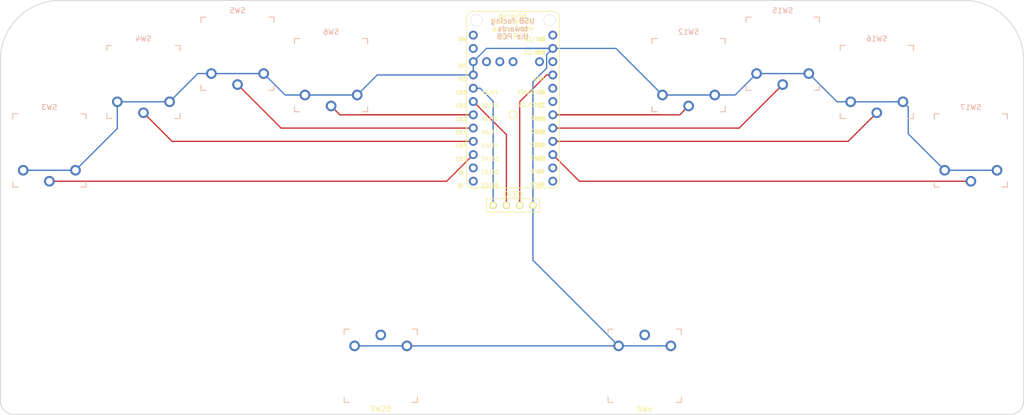
<source format=kicad_pcb>
(kicad_pcb (version 20171130) (host pcbnew "(5.1.5-0-10_14)")

  (general
    (thickness 1.6)
    (drawings 8)
    (tracks 70)
    (zones 0)
    (modules 12)
    (nets 2)
  )

  (page A4)
  (title_block
    (title "Corne Light")
    (date 2018-12-26)
    (rev 2.1)
    (company foostan)
  )

  (layers
    (0 F.Cu signal)
    (31 B.Cu signal)
    (32 B.Adhes user)
    (33 F.Adhes user)
    (34 B.Paste user hide)
    (35 F.Paste user)
    (36 B.SilkS user hide)
    (37 F.SilkS user hide)
    (38 B.Mask user hide)
    (39 F.Mask user)
    (40 Dwgs.User user hide)
    (41 Cmts.User user)
    (42 Eco1.User user)
    (43 Eco2.User user hide)
    (44 Edge.Cuts user)
    (45 Margin user)
    (46 B.CrtYd user)
    (47 F.CrtYd user)
    (48 B.Fab user hide)
    (49 F.Fab user hide)
  )

  (setup
    (last_trace_width 0.25)
    (user_trace_width 0.5)
    (trace_clearance 0.2)
    (zone_clearance 0.508)
    (zone_45_only no)
    (trace_min 0.2)
    (via_size 0.6)
    (via_drill 0.4)
    (via_min_size 0.4)
    (via_min_drill 0.3)
    (uvia_size 0.3)
    (uvia_drill 0.1)
    (uvias_allowed no)
    (uvia_min_size 0.2)
    (uvia_min_drill 0.1)
    (edge_width 0.15)
    (segment_width 0.15)
    (pcb_text_width 0.3)
    (pcb_text_size 1.5 1.5)
    (mod_edge_width 0.15)
    (mod_text_size 1 1)
    (mod_text_width 0.15)
    (pad_size 1.397 1.397)
    (pad_drill 0.8128)
    (pad_to_mask_clearance 0.2)
    (aux_axis_origin 145.73 12.66)
    (visible_elements FFFFFFFF)
    (pcbplotparams
      (layerselection 0x010f0_ffffffff)
      (usegerberextensions true)
      (usegerberattributes false)
      (usegerberadvancedattributes false)
      (creategerberjobfile false)
      (excludeedgelayer true)
      (linewidth 0.150000)
      (plotframeref false)
      (viasonmask false)
      (mode 1)
      (useauxorigin false)
      (hpglpennumber 1)
      (hpglpenspeed 20)
      (hpglpendiameter 15.000000)
      (psnegative false)
      (psa4output false)
      (plotreference true)
      (plotvalue true)
      (plotinvisibletext false)
      (padsonsilk false)
      (subtractmaskfromsilk false)
      (outputformat 1)
      (mirror false)
      (drillshape 0)
      (scaleselection 1)
      (outputdirectory "gerber/"))
  )

  (net 0 "")
  (net 1 GND)

  (net_class Default "これは標準のネット クラスです。"
    (clearance 0.2)
    (trace_width 0.25)
    (via_dia 0.6)
    (via_drill 0.4)
    (uvia_dia 0.3)
    (uvia_drill 0.1)
    (add_net GND)
  )

  (module protonc:proton_c (layer F.Cu) (tedit 5EBC19C1) (tstamp 5C238F3C)
    (at 149.4 60.4)
    (path /5A5E14C2)
    (fp_text reference U1 (at -0.1 -0.05 270) (layer F.SilkS) hide
      (effects (font (size 1 1) (thickness 0.15)))
    )
    (fp_text value ProMicro (at 0 -30.2) (layer F.Fab) hide
      (effects (font (size 1 1) (thickness 0.15)))
    )
    (fp_text user BOOT0 (at 2.5 -6.4 90) (layer Cmts.User)
      (effects (font (size 0.8 0.8) (thickness 0.15)))
    )
    (fp_text user "USB facing" (at -0.05 -17.98) (layer F.SilkS)
      (effects (font (size 1 1) (thickness 0.15)))
    )
    (fp_line (start -4.4 -3.31) (end -4.4 -4.31) (layer Cmts.User) (width 0.15))
    (fp_line (start -7.6 13.96) (end -7.09 13.96) (layer F.SilkS) (width 0.15))
    (fp_line (start 8.91 12.69) (end 8.91 -18.524) (layer F.SilkS) (width 0.15))
    (fp_line (start -8.87 -18.524) (end -8.87 12.69) (layer F.SilkS) (width 0.15))
    (fp_line (start -7.6 -19.794) (end 7.64 -19.794) (layer F.SilkS) (width 0.15))
    (fp_arc (start 7.64 -18.524) (end 7.64 -19.794) (angle 90) (layer F.SilkS) (width 0.15))
    (fp_line (start -4.48 -20.71) (end -4.48 -12.22) (layer Cmts.User) (width 0.15))
    (fp_circle (center 0 -0.035) (end 0.75 -0.035) (layer F.SilkS) (width 0.15))
    (fp_line (start 4.52 -20.71) (end 4.52 -12.22) (layer Cmts.User) (width 0.15))
    (fp_line (start -4.48 -20.71) (end 4.52 -20.71) (layer Cmts.User) (width 0.15))
    (fp_line (start -4.48 -12.22) (end 4.52 -12.22) (layer Cmts.User) (width 0.15))
    (fp_arc (start -7.6 -18.524) (end -8.87 -18.524) (angle 90) (layer F.SilkS) (width 0.15))
    (fp_arc (start 7.64 12.69) (end 8.91 12.69) (angle 90) (layer F.SilkS) (width 0.15))
    (fp_arc (start -7.6 12.69) (end -7.6 13.96) (angle 90) (layer F.SilkS) (width 0.15))
    (fp_line (start 7.132 13.96) (end 7.64 13.96) (layer F.SilkS) (width 0.15))
    (fp_line (start 7.64 13.96) (end -7.6 13.96) (layer F.SilkS) (width 0.15))
    (fp_line (start -5.4 -4.31) (end -5.4 -3.31) (layer Cmts.User) (width 0.15))
    (fp_line (start -5.4 -4.31) (end -4.4 -4.31) (layer Cmts.User) (width 0.15))
    (fp_line (start -5.4 -3.31) (end -4.4 -3.31) (layer Cmts.User) (width 0.15))
    (fp_line (start -3.85 -4.31) (end -3.85 -3.31) (layer Cmts.User) (width 0.15))
    (fp_line (start -2.85 -3.31) (end -2.85 -4.31) (layer Cmts.User) (width 0.15))
    (fp_line (start -3.85 -3.31) (end -2.85 -3.31) (layer Cmts.User) (width 0.15))
    (fp_line (start -3.85 -4.31) (end -2.85 -4.31) (layer Cmts.User) (width 0.15))
    (fp_line (start -1.7 -4.31) (end -0.7 -4.31) (layer Cmts.User) (width 0.15))
    (fp_line (start -0.7 -3.31) (end -0.7 -4.31) (layer Cmts.User) (width 0.15))
    (fp_line (start -1.7 -4.31) (end -1.7 -3.31) (layer Cmts.User) (width 0.15))
    (fp_line (start -1.7 -3.31) (end -0.7 -3.31) (layer Cmts.User) (width 0.15))
    (fp_line (start 2.95 -3.31) (end 2.95 -4.31) (layer Cmts.User) (width 0.15))
    (fp_line (start 1.95 -4.31) (end 1.95 -3.31) (layer Cmts.User) (width 0.15))
    (fp_line (start 1.95 -3.31) (end 2.95 -3.31) (layer Cmts.User) (width 0.15))
    (fp_line (start 1.95 -4.31) (end 2.95 -4.31) (layer Cmts.User) (width 0.15))
    (fp_line (start -3.75 4.45) (end -2.75 4.45) (layer Cmts.User) (width 0.15))
    (fp_line (start -3.75 5.45) (end -2.75 5.45) (layer Cmts.User) (width 0.15))
    (fp_line (start -3.75 4.45) (end -3.75 5.45) (layer Cmts.User) (width 0.15))
    (fp_line (start -2.75 4.45) (end -2.75 5.45) (layer Cmts.User) (width 0.15))
    (fp_text user "USB facing" (at -0.05 -17.98) (layer B.SilkS)
      (effects (font (size 1 1) (thickness 0.15)) (justify mirror))
    )
    (fp_text user towards (at -0.05 -16.48) (layer B.SilkS)
      (effects (font (size 1 1) (thickness 0.15)) (justify mirror))
    )
    (fp_text user "the PCB" (at -0.05 -14.98) (layer F.SilkS)
      (effects (font (size 1 1) (thickness 0.15)))
    )
    (fp_text user "away from" (at -0.05 -16.48) (layer F.SilkS)
      (effects (font (size 1 1) (thickness 0.15)))
    )
    (fp_text user "the PCB" (at -0.05 -14.98) (layer B.SilkS)
      (effects (font (size 1 1) (thickness 0.15)) (justify mirror))
    )
    (fp_text user C13/LED (at 0.1 5) (layer Cmts.User)
      (effects (font (size 0.8 0.8) (thickness 0.15)))
    )
    (fp_text user C14 (at -4.8 -5.6 90) (layer Cmts.User)
      (effects (font (size 0.8 0.8) (thickness 0.15)))
    )
    (fp_text user C15 (at -3.3 -5.6 90) (layer Cmts.User)
      (effects (font (size 0.8 0.8) (thickness 0.15)))
    )
    (fp_text user "A3(3.3v)" (at -1.1 -7.1 90) (layer Cmts.User)
      (effects (font (size 0.8 0.8) (thickness 0.15)))
    )
    (fp_line (start -2.909 12.317) (end -2.909 13.317) (layer Cmts.User) (width 0.15))
    (fp_line (start -3.909 12.317) (end -2.909 12.317) (layer Cmts.User) (width 0.15))
    (fp_line (start -3.909 13.317) (end -2.909 13.317) (layer Cmts.User) (width 0.15))
    (fp_line (start -3.909 12.317) (end -3.909 13.317) (layer Cmts.User) (width 0.15))
    (fp_line (start 3.711 12.317) (end 4.711 12.317) (layer Cmts.User) (width 0.15))
    (fp_line (start 6.1588 12.317) (end 6.1588 13.317) (layer Cmts.User) (width 0.15))
    (fp_line (start 4.711 12.317) (end 4.711 13.317) (layer Cmts.User) (width 0.15))
    (fp_line (start 3.711 12.317) (end 3.711 13.317) (layer Cmts.User) (width 0.15))
    (fp_line (start 3.711 13.317) (end 4.711 13.317) (layer Cmts.User) (width 0.15))
    (fp_line (start 5.1588 12.317) (end 5.1588 13.317) (layer Cmts.User) (width 0.15))
    (fp_line (start 5.1588 12.317) (end 6.1588 12.317) (layer Cmts.User) (width 0.15))
    (fp_line (start 5.1588 13.317) (end 6.1588 13.317) (layer Cmts.User) (width 0.15))
    (fp_text user RESET (at -3.3 10.3 90) (layer Cmts.User)
      (effects (font (size 0.8 0.8) (thickness 0.15)))
    )
    (fp_text user A14 (at 5.7 10.9 90) (layer Cmts.User)
      (effects (font (size 0.8 0.8) (thickness 0.15)))
    )
    (fp_text user A13 (at 4.2 10.9 90) (layer Cmts.User)
      (effects (font (size 0.8 0.8) (thickness 0.15)))
    )
    (fp_text user "DFU Button" (at 0.8 -1.3 180) (layer Cmts.User)
      (effects (font (size 0.8 0.8) (thickness 0.15)))
    )
    (fp_text user "" (at -0.545 -17.4) (layer F.SilkS)
      (effects (font (size 1 1) (thickness 0.15)))
    )
    (fp_text user RAW (at -9.7155 -14.478 unlocked) (layer F.SilkS)
      (effects (font (size 0.75 0.5) (thickness 0.125)))
    )
    (fp_text user GND (at 4.955 -6.9 unlocked) (layer F.SilkS)
      (effects (font (size 0.75 0.67) (thickness 0.125)))
    )
    (fp_text user RST (at -9.7155 -9.3345 unlocked) (layer F.SilkS)
      (effects (font (size 0.75 0.5) (thickness 0.125)))
    )
    (fp_text user VCC (at -9.7155 -6.858 unlocked) (layer F.SilkS)
      (effects (font (size 0.75 0.5) (thickness 0.125)))
    )
    (fp_text user A3/F4 (at -4.395 -4.25 unlocked) (layer F.SilkS)
      (effects (font (size 0.75 0.67) (thickness 0.125)))
    )
    (fp_text user A2/F5 (at -4.395 -1.75 unlocked) (layer F.SilkS)
      (effects (font (size 0.75 0.67) (thickness 0.125)))
    )
    (fp_text user A1/F6 (at -4.395 0.75 unlocked) (layer F.SilkS)
      (effects (font (size 0.75 0.67) (thickness 0.125)))
    )
    (fp_text user A0/F7 (at -4.395 3.3 unlocked) (layer F.SilkS)
      (effects (font (size 0.75 0.67) (thickness 0.125)))
    )
    (fp_text user 15/B1 (at -4.395 5.85 unlocked) (layer F.SilkS)
      (effects (font (size 0.75 0.67) (thickness 0.125)))
    )
    (fp_text user 14/B3 (at -4.395 8.4 unlocked) (layer F.SilkS)
      (effects (font (size 0.75 0.67) (thickness 0.125)))
    )
    (fp_text user 10/B6 (at -4.395 13.45 unlocked) (layer F.SilkS)
      (effects (font (size 0.75 0.67) (thickness 0.125)))
    )
    (fp_text user 16/B2 (at -4.395 10.95 unlocked) (layer F.SilkS)
      (effects (font (size 0.75 0.67) (thickness 0.125)))
    )
    (fp_text user E6/7 (at 4.705 8.25 unlocked) (layer F.SilkS)
      (effects (font (size 0.75 0.67) (thickness 0.125)))
    )
    (fp_text user D7/6 (at 4.705 5.7 unlocked) (layer F.SilkS)
      (effects (font (size 0.75 0.67) (thickness 0.125)))
    )
    (fp_text user D3/TX0 (at 4.155 -14.45 unlocked) (layer F.SilkS)
      (effects (font (size 0.75 0.67) (thickness 0.125)))
    )
    (fp_text user D4/4 (at 4.705 0.6 unlocked) (layer F.SilkS)
      (effects (font (size 0.75 0.67) (thickness 0.125)))
    )
    (fp_text user SDA/D1/2 (at 3.455 -4.4 unlocked) (layer F.SilkS)
      (effects (font (size 0.75 0.67) (thickness 0.125)))
    )
    (fp_text user SCL/D0/3 (at 3.455 -1.9 unlocked) (layer F.SilkS)
      (effects (font (size 0.75 0.67) (thickness 0.125)))
    )
    (fp_text user C6/5 (at 4.705 3.15 unlocked) (layer F.SilkS)
      (effects (font (size 0.75 0.67) (thickness 0.125)))
    )
    (fp_text user B5/9 (at 4.705 13.3 unlocked) (layer F.SilkS)
      (effects (font (size 0.75 0.67) (thickness 0.125)))
    )
    (fp_text user D2/RX1 (at 4.155 -11.9 unlocked) (layer F.SilkS)
      (effects (font (size 0.75 0.67) (thickness 0.125)))
    )
    (fp_text user B4/8 (at 4.705 10.8 unlocked) (layer F.SilkS)
      (effects (font (size 0.75 0.67) (thickness 0.125)))
    )
    (fp_text user MicroUSB (at -0.05 -18.95) (layer F.SilkS)
      (effects (font (size 0.75 0.75) (thickness 0.12)))
    )
    (fp_text user LED (at 5.5 -14.478) (layer F.SilkS)
      (effects (font (size 0.75 0.5) (thickness 0.125)))
    )
    (fp_text user DATA (at 5.35 -11.95) (layer F.SilkS)
      (effects (font (size 0.75 0.5) (thickness 0.125)))
    )
    (fp_text user COL3 (at -10 3.35) (layer F.SilkS)
      (effects (font (size 0.75 0.5) (thickness 0.125)))
    )
    (fp_text user ROW0 (at 5.2 0.8) (layer F.SilkS)
      (effects (font (size 0.75 0.5) (thickness 0.125)))
    )
    (fp_text user COL2 (at -9.9 0.762) (layer F.SilkS)
      (effects (font (size 0.75 0.5) (thickness 0.125)))
    )
    (fp_text user SCL (at 5.461 -1.778) (layer F.SilkS)
      (effects (font (size 0.75 0.5) (thickness 0.125)))
    )
    (fp_text user COL1 (at -9.85 -1.778) (layer F.SilkS)
      (effects (font (size 0.75 0.5) (thickness 0.125)))
    )
    (fp_text user SDA (at 5.461 -4.318) (layer F.SilkS)
      (effects (font (size 0.75 0.5) (thickness 0.125)))
    )
    (fp_text user COL0 (at -9.9 -4.3) (layer F.SilkS)
      (effects (font (size 0.75 0.5) (thickness 0.125)))
    )
    (fp_text user B6 (at -10.05 13.5) (layer F.SilkS)
      (effects (font (size 0.75 0.5) (thickness 0.125)))
    )
    (fp_text user B5 (at 5.2 13.5255) (layer F.SilkS)
      (effects (font (size 0.75 0.5) (thickness 0.125)))
    )
    (fp_text user B4 (at 5.2 10.922) (layer F.SilkS)
      (effects (font (size 0.75 0.5) (thickness 0.125)))
    )
    (fp_text user B2 (at -9.95 10.95) (layer F.SilkS)
      (effects (font (size 0.75 0.5) (thickness 0.125)))
    )
    (fp_text user ROW3 (at 5.2 8.4455) (layer F.SilkS)
      (effects (font (size 0.75 0.5) (thickness 0.125)))
    )
    (fp_text user COL5 (at -9.95 8.4455) (layer F.SilkS)
      (effects (font (size 0.75 0.5) (thickness 0.125)))
    )
    (fp_text user ROW2 (at 5.2 5.85) (layer F.SilkS)
      (effects (font (size 0.75 0.5) (thickness 0.125)))
    )
    (fp_text user COL4 (at -9.95 5.85) (layer F.SilkS)
      (effects (font (size 0.75 0.5) (thickness 0.125)))
    )
    (fp_text user ROW1 (at 5.25 3.302) (layer F.SilkS)
      (effects (font (size 0.75 0.5) (thickness 0.125)))
    )
    (pad 5V thru_hole circle (at 7.615 -15.25) (size 1.7 1.7) (drill 1) (layers *.Cu *.Mask))
    (pad A10 thru_hole circle (at -7.6 -12.71) (size 1.7 1.7) (drill 1) (layers *.Cu *.Mask))
    (pad SCRE thru_hole circle (at 7.005 -18.0748) (size 2.2 2.2) (drill 2.2) (layers *.Cu *.Mask))
    (pad SCRE thru_hole circle (at -6.9904 -18.0748) (size 2.2 2.2) (drill 2.2) (layers *.Cu *.Mask))
    (pad A9 thru_hole circle (at -7.6 -15.25) (size 1.7 1.7) (drill 1) (layers *.Cu *.Mask))
    (pad D+ thru_hole circle (at -5.06 -10.17) (size 1.7 1.7) (drill 1) (layers *.Cu *.Mask))
    (pad GND thru_hole circle (at -7.6 -10.17) (size 1.7 1.7) (drill 1) (layers *.Cu *.Mask)
      (net 1 GND))
    (pad GND thru_hole circle (at -7.6 -7.63) (size 1.7 1.7) (drill 1) (layers *.Cu *.Mask)
      (net 1 GND))
    (pad B7 thru_hole circle (at -7.6 -5.09) (size 1.7 1.7) (drill 1) (layers *.Cu *.Mask))
    (pad B6 thru_hole circle (at -7.6 -2.55) (size 1.7 1.7) (drill 1) (layers *.Cu *.Mask))
    (pad D- thru_hole circle (at -2.52 -10.17) (size 1.7 1.7) (drill 1) (layers *.Cu *.Mask))
    (pad CHRG thru_hole circle (at 0.02 -10.17) (size 1.7 1.7) (drill 1) (layers *.Cu *.Mask))
    (pad B5 thru_hole circle (at -7.6 -0.01) (size 1.7 1.7) (drill 1) (layers *.Cu *.Mask))
    (pad B4 thru_hole circle (at -7.6 2.53) (size 1.7 1.7) (drill 1) (layers *.Cu *.Mask))
    (pad B3 thru_hole circle (at -7.6 5.07) (size 1.7 1.7) (drill 1) (layers *.Cu *.Mask))
    (pad B2 thru_hole circle (at -7.6 7.61) (size 1.7 1.7) (drill 1) (layers *.Cu *.Mask))
    (pad B1 thru_hole circle (at -7.6 10.15) (size 1.7 1.7) (drill 1) (layers *.Cu *.Mask))
    (pad B0 thru_hole circle (at -7.6 12.69) (size 1.7 1.7) (drill 1) (layers *.Cu *.Mask))
    (pad GND thru_hole circle (at 7.615 -12.71) (size 1.7 1.7) (drill 1) (layers *.Cu *.Mask)
      (net 1 GND))
    (pad DFU thru_hole circle (at 7.615 -10.17) (size 1.7 1.7) (drill 1) (layers *.Cu *.Mask))
    (pad A2 thru_hole circle (at 7.615 -5.09) (size 1.7 1.7) (drill 1) (layers *.Cu *.Mask))
    (pad A3|5v thru_hole circle (at 5.075 -10.17) (size 1.7 1.7) (drill 1) (layers *.Cu *.Mask))
    (pad 3.3V thru_hole circle (at 7.615 -7.63) (size 1.7 1.7) (drill 1) (layers *.Cu *.Mask))
    (pad A1 thru_hole circle (at 7.615 -2.55) (size 1.7 1.7) (drill 1) (layers *.Cu *.Mask))
    (pad A0 thru_hole circle (at 7.615 -0.01) (size 1.7 1.7) (drill 1) (layers *.Cu *.Mask))
    (pad B8 thru_hole circle (at 7.615 2.53) (size 1.7 1.7) (drill 1) (layers *.Cu *.Mask))
    (pad B14 thru_hole circle (at 7.615 7.61) (size 1.7 1.7) (drill 1) (layers *.Cu *.Mask))
    (pad B15 thru_hole circle (at 7.615 10.15) (size 1.7 1.7) (drill 1) (layers *.Cu *.Mask))
    (pad B13 thru_hole circle (at 7.615 5.07) (size 1.7 1.7) (drill 1) (layers *.Cu *.Mask))
    (pad B9 thru_hole circle (at 7.615 12.69) (size 1.7 1.7) (drill 1) (layers *.Cu *.Mask))
    (model BG030-06-A-0400-0300-N-G.stp
      (offset (xyz 7.62 -16.5 0))
      (scale (xyz 1 1 1))
      (rotate (xyz -90 0 90))
    )
    (model BG030-06-A-0400-0300-N-G.stp
      (offset (xyz -7.62 -16.5 0))
      (scale (xyz 1 1 1))
      (rotate (xyz -90 0 90))
    )
    (model BG030-12-A-0400-0300-N-G.stp
      (offset (xyz 7.62 16.5 -0.06))
      (scale (xyz 1 1 1))
      (rotate (xyz -90 0 90))
    )
    (model BG030-12-A-0400-0300-N-G.stp
      (offset (xyz -7.62 16.5 -0.06))
      (scale (xyz 1 1 1))
      (rotate (xyz -90 0 90))
    )
    (model proton-c.step
      (offset (xyz 0 -6 4.08))
      (scale (xyz 1 1 1))
      (rotate (xyz 0 0 0))
    )
  )

  (module foostan:OLED_1side (layer F.Cu) (tedit 5EBBFB1E) (tstamp 5EBC4686)
    (at 145.6 77.7)
    (descr "Connecteur 6 pins")
    (tags "CONN DEV")
    (fp_text reference J2 (at 3.7 2.1 180) (layer F.Fab)
      (effects (font (size 0.8128 0.8128) (thickness 0.15)))
    )
    (fp_text value OLED (at 3.6 3.3) (layer F.SilkS) hide
      (effects (font (size 0.8128 0.8128) (thickness 0.15)))
    )
    (fp_text user OLED (at 3.8 -2.1) (layer F.SilkS)
      (effects (font (size 1 1) (thickness 0.15)))
    )
    (fp_line (start -1.27 1.27) (end -1.27 -1.27) (layer F.SilkS) (width 0.15))
    (fp_line (start 8.89 -1.27) (end 8.89 1.27) (layer F.SilkS) (width 0.15))
    (fp_line (start -1.27 -1.27) (end 8.89 -1.27) (layer F.SilkS) (width 0.15))
    (fp_line (start -1.27 1.27) (end 8.89 1.27) (layer F.SilkS) (width 0.15))
    (pad 4 thru_hole circle (at 7.62 0) (size 1.397 1.397) (drill 0.8128) (layers *.Cu F.SilkS B.Mask)
      (net 1 GND))
    (pad 3 thru_hole circle (at 5.08 0) (size 1.397 1.397) (drill 0.8128) (layers *.Cu F.SilkS B.Mask))
    (pad 2 thru_hole circle (at 2.54 0) (size 1.397 1.397) (drill 0.8128) (layers *.Cu F.SilkS B.Mask))
    (pad 1 thru_hole circle (at 0 0) (size 1.397 1.397) (drill 0.8128) (layers *.Cu F.SilkS B.Mask))
  )

  (module "Choc Footprints:SW_PG1350_reversible" (layer B.Cu) (tedit 5EBBF24C) (tstamp 5C238836)
    (at 124.1 108.4)
    (descr "Kailh \"Choc\" PG1350 keyswitch, able to be mounted on front or back of PCB")
    (tags kailh,choc)
    (path /5A5E37A4)
    (fp_text reference SW20 (at 4.600001 -6) (layer Dwgs.User) hide
      (effects (font (size 1 1) (thickness 0.15)))
    )
    (fp_text value SW_PUSH (at -0.5 -6) (layer Dwgs.User) hide
      (effects (font (size 1 1) (thickness 0.15)))
    )
    (fp_text user %R (at 0 0) (layer B.Fab)
      (effects (font (size 1 1) (thickness 0.15)) (justify mirror))
    )
    (fp_text user %R (at 0 0) (layer B.Fab)
      (effects (font (size 1 1) (thickness 0.15)) (justify mirror))
    )
    (fp_line (start -7.5 -7.5) (end -7.5 7.5) (layer B.Fab) (width 0.15))
    (fp_line (start 7.5 7.5) (end 7.5 -7.5) (layer B.Fab) (width 0.15))
    (fp_line (start 7.5 -7.5) (end -7.5 -7.5) (layer B.Fab) (width 0.15))
    (fp_line (start -7.5 7.5) (end 7.5 7.5) (layer B.Fab) (width 0.15))
    (fp_text user %V (at 0 -8.255) (layer F.Fab)
      (effects (font (size 1 1) (thickness 0.15)))
    )
    (fp_text user %R (at 0 8.255) (layer F.SilkS)
      (effects (font (size 1 1) (thickness 0.15)))
    )
    (fp_line (start -7.5 -7.5) (end -7.5 7.5) (layer F.Fab) (width 0.15))
    (fp_line (start 7.5 -7.5) (end -7.5 -7.5) (layer F.Fab) (width 0.15))
    (fp_line (start 7.5 7.5) (end 7.5 -7.5) (layer F.Fab) (width 0.15))
    (fp_line (start -7.5 7.5) (end 7.5 7.5) (layer F.Fab) (width 0.15))
    (fp_line (start -6.9 -6.9) (end -6.9 6.9) (layer Eco2.User) (width 0.15))
    (fp_line (start 6.9 6.9) (end 6.9 -6.9) (layer Eco2.User) (width 0.15))
    (fp_line (start 6.9 6.9) (end -6.9 6.9) (layer Eco2.User) (width 0.15))
    (fp_line (start -6.9 -6.9) (end 6.9 -6.9) (layer Eco2.User) (width 0.15))
    (fp_line (start 7 7) (end 7 6) (layer F.SilkS) (width 0.15))
    (fp_line (start 6 7) (end 7 7) (layer F.SilkS) (width 0.15))
    (fp_line (start 7 -7) (end 6 -7) (layer F.SilkS) (width 0.15))
    (fp_line (start 7 -6) (end 7 -7) (layer F.SilkS) (width 0.15))
    (fp_line (start -7 -7) (end -7 -6) (layer F.SilkS) (width 0.15))
    (fp_line (start -6 -7) (end -7 -7) (layer F.SilkS) (width 0.15))
    (fp_line (start -7 7) (end -6 7) (layer F.SilkS) (width 0.15))
    (fp_line (start -7 6) (end -7 7) (layer F.SilkS) (width 0.15))
    (fp_line (start -2.6 3.1) (end -2.6 6.3) (layer Eco2.User) (width 0.15))
    (fp_line (start 2.6 6.3) (end -2.6 6.3) (layer Eco2.User) (width 0.15))
    (fp_line (start 2.6 3.1) (end 2.6 6.3) (layer Eco2.User) (width 0.15))
    (fp_line (start -2.6 3.1) (end 2.6 3.1) (layer Eco2.User) (width 0.15))
    (fp_line (start -7 7) (end -6 7) (layer B.SilkS) (width 0.15))
    (fp_line (start -7 6) (end -7 7) (layer B.SilkS) (width 0.15))
    (fp_line (start -7 -7) (end -7 -6) (layer B.SilkS) (width 0.15))
    (fp_line (start -6 -7) (end -7 -7) (layer B.SilkS) (width 0.15))
    (fp_line (start 7 -7) (end 6 -7) (layer B.SilkS) (width 0.15))
    (fp_line (start 7 -6) (end 7 -7) (layer B.SilkS) (width 0.15))
    (fp_line (start 7 7) (end 7 6) (layer B.SilkS) (width 0.15))
    (fp_line (start 6 7) (end 7 7) (layer B.SilkS) (width 0.15))
    (pad "" np_thru_hole circle (at -5.5 0) (size 1.7018 1.7018) (drill 1.7018) (layers *.Cu *.Mask))
    (pad "" np_thru_hole circle (at 5.5 0) (size 1.7018 1.7018) (drill 1.7018) (layers *.Cu *.Mask))
    (pad "" np_thru_hole circle (at 5.22 4.2) (size 0.9906 0.9906) (drill 0.9906) (layers *.Cu *.Mask))
    (pad 1 thru_hole circle (at 0 -5.9) (size 2.032 2.032) (drill 1.27) (layers *.Cu *.Mask))
    (pad 2 thru_hole circle (at -5 -3.8) (size 2.032 2.032) (drill 1.27) (layers *.Cu *.Mask)
      (net 1 GND))
    (pad "" np_thru_hole circle (at 0 0) (size 3.429 3.429) (drill 3.429) (layers *.Cu *.Mask))
    (pad 2 thru_hole circle (at 5 -3.8) (size 2.032 2.032) (drill 1.27) (layers *.Cu *.Mask)
      (net 1 GND))
    (pad "" np_thru_hole circle (at -5.22 4.2) (size 0.9906 0.9906) (drill 0.9906) (layers *.Cu *.Mask))
  )

  (module "Choc Footprints:SW_PG1350_reversible" (layer B.Cu) (tedit 5EBBF243) (tstamp 5C23884C)
    (at 174.6 108.4)
    (descr "Kailh \"Choc\" PG1350 keyswitch, able to be mounted on front or back of PCB")
    (tags kailh,choc)
    (path /5A5E37B0)
    (fp_text reference SWe (at 4.6 -6 180) (layer Dwgs.User) hide
      (effects (font (size 1 1) (thickness 0.15)))
    )
    (fp_text value SW_PUSH (at -0.5 -6 180) (layer Dwgs.User) hide
      (effects (font (size 1 1) (thickness 0.15)))
    )
    (fp_line (start 6 7) (end 7 7) (layer B.SilkS) (width 0.15))
    (fp_line (start 7 7) (end 7 6) (layer B.SilkS) (width 0.15))
    (fp_line (start 7 -6) (end 7 -7) (layer B.SilkS) (width 0.15))
    (fp_line (start 7 -7) (end 6 -7) (layer B.SilkS) (width 0.15))
    (fp_line (start -6 -7) (end -7 -7) (layer B.SilkS) (width 0.15))
    (fp_line (start -7 -7) (end -7 -6) (layer B.SilkS) (width 0.15))
    (fp_line (start -7 6) (end -7 7) (layer B.SilkS) (width 0.15))
    (fp_line (start -7 7) (end -6 7) (layer B.SilkS) (width 0.15))
    (fp_line (start -2.6 3.1) (end 2.6 3.1) (layer Eco2.User) (width 0.15))
    (fp_line (start 2.6 3.1) (end 2.6 6.3) (layer Eco2.User) (width 0.15))
    (fp_line (start 2.6 6.3) (end -2.6 6.3) (layer Eco2.User) (width 0.15))
    (fp_line (start -2.6 3.1) (end -2.6 6.3) (layer Eco2.User) (width 0.15))
    (fp_line (start -7 6) (end -7 7) (layer F.SilkS) (width 0.15))
    (fp_line (start -7 7) (end -6 7) (layer F.SilkS) (width 0.15))
    (fp_line (start -6 -7) (end -7 -7) (layer F.SilkS) (width 0.15))
    (fp_line (start -7 -7) (end -7 -6) (layer F.SilkS) (width 0.15))
    (fp_line (start 7 -6) (end 7 -7) (layer F.SilkS) (width 0.15))
    (fp_line (start 7 -7) (end 6 -7) (layer F.SilkS) (width 0.15))
    (fp_line (start 6 7) (end 7 7) (layer F.SilkS) (width 0.15))
    (fp_line (start 7 7) (end 7 6) (layer F.SilkS) (width 0.15))
    (fp_line (start -6.9 -6.9) (end 6.9 -6.9) (layer Eco2.User) (width 0.15))
    (fp_line (start 6.9 6.9) (end -6.9 6.9) (layer Eco2.User) (width 0.15))
    (fp_line (start 6.9 6.9) (end 6.9 -6.9) (layer Eco2.User) (width 0.15))
    (fp_line (start -6.9 -6.9) (end -6.9 6.9) (layer Eco2.User) (width 0.15))
    (fp_line (start -7.5 7.5) (end 7.5 7.5) (layer F.Fab) (width 0.15))
    (fp_line (start 7.5 7.5) (end 7.5 -7.5) (layer F.Fab) (width 0.15))
    (fp_line (start 7.5 -7.5) (end -7.5 -7.5) (layer F.Fab) (width 0.15))
    (fp_line (start -7.5 -7.5) (end -7.5 7.5) (layer F.Fab) (width 0.15))
    (fp_text user %R (at 0 8.255) (layer F.SilkS)
      (effects (font (size 1 1) (thickness 0.15)))
    )
    (fp_text user %V (at 0 -8.255) (layer F.Fab)
      (effects (font (size 1 1) (thickness 0.15)))
    )
    (fp_line (start -7.5 7.5) (end 7.5 7.5) (layer B.Fab) (width 0.15))
    (fp_line (start 7.5 -7.5) (end -7.5 -7.5) (layer B.Fab) (width 0.15))
    (fp_line (start 7.5 7.5) (end 7.5 -7.5) (layer B.Fab) (width 0.15))
    (fp_line (start -7.5 -7.5) (end -7.5 7.5) (layer B.Fab) (width 0.15))
    (fp_text user %R (at 0 0) (layer B.Fab)
      (effects (font (size 1 1) (thickness 0.15)) (justify mirror))
    )
    (fp_text user %R (at 0 0) (layer F.Fab)
      (effects (font (size 1 1) (thickness 0.15)))
    )
    (pad "" np_thru_hole circle (at -5.22 4.2) (size 0.9906 0.9906) (drill 0.9906) (layers *.Cu *.Mask))
    (pad 2 thru_hole circle (at 5 -3.8) (size 2.032 2.032) (drill 1.27) (layers *.Cu *.Mask)
      (net 1 GND))
    (pad "" np_thru_hole circle (at 0 0) (size 3.429 3.429) (drill 3.429) (layers *.Cu *.Mask))
    (pad 2 thru_hole circle (at -5 -3.8) (size 2.032 2.032) (drill 1.27) (layers *.Cu *.Mask)
      (net 1 GND))
    (pad 1 thru_hole circle (at 0 -5.9) (size 2.032 2.032) (drill 1.27) (layers *.Cu *.Mask))
    (pad "" np_thru_hole circle (at 5.22 4.2) (size 0.9906 0.9906) (drill 0.9906) (layers *.Cu *.Mask))
    (pad "" np_thru_hole circle (at 5.5 0) (size 1.7018 1.7018) (drill 1.7018) (layers *.Cu *.Mask))
    (pad "" np_thru_hole circle (at -5.5 0) (size 1.7018 1.7018) (drill 1.7018) (layers *.Cu *.Mask))
  )

  (module "Choc Footprints:SW_PG1350_reversible" (layer F.Cu) (tedit 5EBBF23A) (tstamp 5C2387F4)
    (at 237 67.2)
    (descr "Kailh \"Choc\" PG1350 keyswitch, able to be mounted on front or back of PCB")
    (tags kailh,choc)
    (path /5A5E35CF)
    (fp_text reference SW17 (at 4.6 6 180) (layer Dwgs.User) hide
      (effects (font (size 1 1) (thickness 0.15)))
    )
    (fp_text value SW_PUSH (at -0.5 6 180) (layer Dwgs.User) hide
      (effects (font (size 1 1) (thickness 0.15)))
    )
    (fp_text user %R (at 0 0) (layer F.Fab)
      (effects (font (size 1 1) (thickness 0.15)))
    )
    (fp_text user %R (at 0 0) (layer F.Fab)
      (effects (font (size 1 1) (thickness 0.15)))
    )
    (fp_line (start -7.5 7.5) (end -7.5 -7.5) (layer F.Fab) (width 0.15))
    (fp_line (start 7.5 -7.5) (end 7.5 7.5) (layer F.Fab) (width 0.15))
    (fp_line (start 7.5 7.5) (end -7.5 7.5) (layer F.Fab) (width 0.15))
    (fp_line (start -7.5 -7.5) (end 7.5 -7.5) (layer F.Fab) (width 0.15))
    (fp_text user %V (at 0 8.255) (layer B.Fab)
      (effects (font (size 1 1) (thickness 0.15)) (justify mirror))
    )
    (fp_text user %R (at 0 -8.255) (layer B.SilkS)
      (effects (font (size 1 1) (thickness 0.15)) (justify mirror))
    )
    (fp_line (start -7.5 7.5) (end -7.5 -7.5) (layer B.Fab) (width 0.15))
    (fp_line (start 7.5 7.5) (end -7.5 7.5) (layer B.Fab) (width 0.15))
    (fp_line (start 7.5 -7.5) (end 7.5 7.5) (layer B.Fab) (width 0.15))
    (fp_line (start -7.5 -7.5) (end 7.5 -7.5) (layer B.Fab) (width 0.15))
    (fp_line (start -6.9 6.9) (end -6.9 -6.9) (layer Eco2.User) (width 0.15))
    (fp_line (start 6.9 -6.9) (end 6.9 6.9) (layer Eco2.User) (width 0.15))
    (fp_line (start 6.9 -6.9) (end -6.9 -6.9) (layer Eco2.User) (width 0.15))
    (fp_line (start -6.9 6.9) (end 6.9 6.9) (layer Eco2.User) (width 0.15))
    (fp_line (start 7 -7) (end 7 -6) (layer B.SilkS) (width 0.15))
    (fp_line (start 6 -7) (end 7 -7) (layer B.SilkS) (width 0.15))
    (fp_line (start 7 7) (end 6 7) (layer B.SilkS) (width 0.15))
    (fp_line (start 7 6) (end 7 7) (layer B.SilkS) (width 0.15))
    (fp_line (start -7 7) (end -7 6) (layer B.SilkS) (width 0.15))
    (fp_line (start -6 7) (end -7 7) (layer B.SilkS) (width 0.15))
    (fp_line (start -7 -7) (end -6 -7) (layer B.SilkS) (width 0.15))
    (fp_line (start -7 -6) (end -7 -7) (layer B.SilkS) (width 0.15))
    (fp_line (start -2.6 -3.1) (end -2.6 -6.3) (layer Eco2.User) (width 0.15))
    (fp_line (start 2.6 -6.3) (end -2.6 -6.3) (layer Eco2.User) (width 0.15))
    (fp_line (start 2.6 -3.1) (end 2.6 -6.3) (layer Eco2.User) (width 0.15))
    (fp_line (start -2.6 -3.1) (end 2.6 -3.1) (layer Eco2.User) (width 0.15))
    (fp_line (start -7 -7) (end -6 -7) (layer F.SilkS) (width 0.15))
    (fp_line (start -7 -6) (end -7 -7) (layer F.SilkS) (width 0.15))
    (fp_line (start -7 7) (end -7 6) (layer F.SilkS) (width 0.15))
    (fp_line (start -6 7) (end -7 7) (layer F.SilkS) (width 0.15))
    (fp_line (start 7 7) (end 6 7) (layer F.SilkS) (width 0.15))
    (fp_line (start 7 6) (end 7 7) (layer F.SilkS) (width 0.15))
    (fp_line (start 7 -7) (end 7 -6) (layer F.SilkS) (width 0.15))
    (fp_line (start 6 -7) (end 7 -7) (layer F.SilkS) (width 0.15))
    (pad "" np_thru_hole circle (at -5.5 0) (size 1.7018 1.7018) (drill 1.7018) (layers *.Cu *.Mask))
    (pad "" np_thru_hole circle (at 5.5 0) (size 1.7018 1.7018) (drill 1.7018) (layers *.Cu *.Mask))
    (pad "" np_thru_hole circle (at 5.22 -4.2) (size 0.9906 0.9906) (drill 0.9906) (layers *.Cu *.Mask))
    (pad 1 thru_hole circle (at 0 5.9) (size 2.032 2.032) (drill 1.27) (layers *.Cu *.Mask))
    (pad 2 thru_hole circle (at -5 3.8) (size 2.032 2.032) (drill 1.27) (layers *.Cu *.Mask)
      (net 1 GND))
    (pad "" np_thru_hole circle (at 0 0) (size 3.429 3.429) (drill 3.429) (layers *.Cu *.Mask))
    (pad 2 thru_hole circle (at 5 3.8) (size 2.032 2.032) (drill 1.27) (layers *.Cu *.Mask)
      (net 1 GND))
    (pad "" np_thru_hole circle (at -5.22 -4.2) (size 0.9906 0.9906) (drill 0.9906) (layers *.Cu *.Mask))
  )

  (module "Choc Footprints:SW_PG1350_reversible" (layer F.Cu) (tedit 5EBBF231) (tstamp 5C2387DE)
    (at 219 54.1)
    (descr "Kailh \"Choc\" PG1350 keyswitch, able to be mounted on front or back of PCB")
    (tags kailh,choc)
    (path /5A5E35C9)
    (fp_text reference SW16 (at 4.6 6 180) (layer Dwgs.User) hide
      (effects (font (size 1 1) (thickness 0.15)))
    )
    (fp_text value SW_PUSH (at -0.5 6 180) (layer Dwgs.User) hide
      (effects (font (size 1 1) (thickness 0.15)))
    )
    (fp_text user %R (at 0 0) (layer F.Fab)
      (effects (font (size 1 1) (thickness 0.15)))
    )
    (fp_text user %R (at 0 0) (layer F.Fab)
      (effects (font (size 1 1) (thickness 0.15)))
    )
    (fp_line (start -7.5 7.5) (end -7.5 -7.5) (layer F.Fab) (width 0.15))
    (fp_line (start 7.5 -7.5) (end 7.5 7.5) (layer F.Fab) (width 0.15))
    (fp_line (start 7.5 7.5) (end -7.5 7.5) (layer F.Fab) (width 0.15))
    (fp_line (start -7.5 -7.5) (end 7.5 -7.5) (layer F.Fab) (width 0.15))
    (fp_text user %V (at 0 8.255) (layer B.Fab)
      (effects (font (size 1 1) (thickness 0.15)) (justify mirror))
    )
    (fp_text user %R (at 0 -8.255) (layer B.SilkS)
      (effects (font (size 1 1) (thickness 0.15)) (justify mirror))
    )
    (fp_line (start -7.5 7.5) (end -7.5 -7.5) (layer B.Fab) (width 0.15))
    (fp_line (start 7.5 7.5) (end -7.5 7.5) (layer B.Fab) (width 0.15))
    (fp_line (start 7.5 -7.5) (end 7.5 7.5) (layer B.Fab) (width 0.15))
    (fp_line (start -7.5 -7.5) (end 7.5 -7.5) (layer B.Fab) (width 0.15))
    (fp_line (start -6.9 6.9) (end -6.9 -6.9) (layer Eco2.User) (width 0.15))
    (fp_line (start 6.9 -6.9) (end 6.9 6.9) (layer Eco2.User) (width 0.15))
    (fp_line (start 6.9 -6.9) (end -6.9 -6.9) (layer Eco2.User) (width 0.15))
    (fp_line (start -6.9 6.9) (end 6.9 6.9) (layer Eco2.User) (width 0.15))
    (fp_line (start 7 -7) (end 7 -6) (layer B.SilkS) (width 0.15))
    (fp_line (start 6 -7) (end 7 -7) (layer B.SilkS) (width 0.15))
    (fp_line (start 7 7) (end 6 7) (layer B.SilkS) (width 0.15))
    (fp_line (start 7 6) (end 7 7) (layer B.SilkS) (width 0.15))
    (fp_line (start -7 7) (end -7 6) (layer B.SilkS) (width 0.15))
    (fp_line (start -6 7) (end -7 7) (layer B.SilkS) (width 0.15))
    (fp_line (start -7 -7) (end -6 -7) (layer B.SilkS) (width 0.15))
    (fp_line (start -7 -6) (end -7 -7) (layer B.SilkS) (width 0.15))
    (fp_line (start -2.6 -3.1) (end -2.6 -6.3) (layer Eco2.User) (width 0.15))
    (fp_line (start 2.6 -6.3) (end -2.6 -6.3) (layer Eco2.User) (width 0.15))
    (fp_line (start 2.6 -3.1) (end 2.6 -6.3) (layer Eco2.User) (width 0.15))
    (fp_line (start -2.6 -3.1) (end 2.6 -3.1) (layer Eco2.User) (width 0.15))
    (fp_line (start -7 -7) (end -6 -7) (layer F.SilkS) (width 0.15))
    (fp_line (start -7 -6) (end -7 -7) (layer F.SilkS) (width 0.15))
    (fp_line (start -7 7) (end -7 6) (layer F.SilkS) (width 0.15))
    (fp_line (start -6 7) (end -7 7) (layer F.SilkS) (width 0.15))
    (fp_line (start 7 7) (end 6 7) (layer F.SilkS) (width 0.15))
    (fp_line (start 7 6) (end 7 7) (layer F.SilkS) (width 0.15))
    (fp_line (start 7 -7) (end 7 -6) (layer F.SilkS) (width 0.15))
    (fp_line (start 6 -7) (end 7 -7) (layer F.SilkS) (width 0.15))
    (pad "" np_thru_hole circle (at -5.5 0) (size 1.7018 1.7018) (drill 1.7018) (layers *.Cu *.Mask))
    (pad "" np_thru_hole circle (at 5.5 0) (size 1.7018 1.7018) (drill 1.7018) (layers *.Cu *.Mask))
    (pad "" np_thru_hole circle (at 5.22 -4.2) (size 0.9906 0.9906) (drill 0.9906) (layers *.Cu *.Mask))
    (pad 1 thru_hole circle (at 0 5.9) (size 2.032 2.032) (drill 1.27) (layers *.Cu *.Mask))
    (pad 2 thru_hole circle (at -5 3.8) (size 2.032 2.032) (drill 1.27) (layers *.Cu *.Mask)
      (net 1 GND))
    (pad "" np_thru_hole circle (at 0 0) (size 3.429 3.429) (drill 3.429) (layers *.Cu *.Mask))
    (pad 2 thru_hole circle (at 5 3.8) (size 2.032 2.032) (drill 1.27) (layers *.Cu *.Mask)
      (net 1 GND))
    (pad "" np_thru_hole circle (at -5.22 -4.2) (size 0.9906 0.9906) (drill 0.9906) (layers *.Cu *.Mask))
  )

  (module "Choc Footprints:SW_PG1350_reversible" (layer F.Cu) (tedit 5EBBF229) (tstamp 5C2387C8)
    (at 201 48.7)
    (descr "Kailh \"Choc\" PG1350 keyswitch, able to be mounted on front or back of PCB")
    (tags kailh,choc)
    (path /5A5E35BD)
    (fp_text reference SW15 (at 4.6 6 180) (layer Dwgs.User) hide
      (effects (font (size 1 1) (thickness 0.15)))
    )
    (fp_text value SW_PUSH (at -0.5 6 180) (layer Dwgs.User) hide
      (effects (font (size 1 1) (thickness 0.15)))
    )
    (fp_text user %R (at 0 0) (layer F.Fab)
      (effects (font (size 1 1) (thickness 0.15)))
    )
    (fp_text user %R (at 0 0) (layer F.Fab)
      (effects (font (size 1 1) (thickness 0.15)))
    )
    (fp_line (start -7.5 7.5) (end -7.5 -7.5) (layer F.Fab) (width 0.15))
    (fp_line (start 7.5 -7.5) (end 7.5 7.5) (layer F.Fab) (width 0.15))
    (fp_line (start 7.5 7.5) (end -7.5 7.5) (layer F.Fab) (width 0.15))
    (fp_line (start -7.5 -7.5) (end 7.5 -7.5) (layer F.Fab) (width 0.15))
    (fp_text user %V (at 0 8.255) (layer B.Fab)
      (effects (font (size 1 1) (thickness 0.15)) (justify mirror))
    )
    (fp_text user %R (at 0 -8.255) (layer B.SilkS)
      (effects (font (size 1 1) (thickness 0.15)) (justify mirror))
    )
    (fp_line (start -7.5 7.5) (end -7.5 -7.5) (layer B.Fab) (width 0.15))
    (fp_line (start 7.5 7.5) (end -7.5 7.5) (layer B.Fab) (width 0.15))
    (fp_line (start 7.5 -7.5) (end 7.5 7.5) (layer B.Fab) (width 0.15))
    (fp_line (start -7.5 -7.5) (end 7.5 -7.5) (layer B.Fab) (width 0.15))
    (fp_line (start -6.9 6.9) (end -6.9 -6.9) (layer Eco2.User) (width 0.15))
    (fp_line (start 6.9 -6.9) (end 6.9 6.9) (layer Eco2.User) (width 0.15))
    (fp_line (start 6.9 -6.9) (end -6.9 -6.9) (layer Eco2.User) (width 0.15))
    (fp_line (start -6.9 6.9) (end 6.9 6.9) (layer Eco2.User) (width 0.15))
    (fp_line (start 7 -7) (end 7 -6) (layer B.SilkS) (width 0.15))
    (fp_line (start 6 -7) (end 7 -7) (layer B.SilkS) (width 0.15))
    (fp_line (start 7 7) (end 6 7) (layer B.SilkS) (width 0.15))
    (fp_line (start 7 6) (end 7 7) (layer B.SilkS) (width 0.15))
    (fp_line (start -7 7) (end -7 6) (layer B.SilkS) (width 0.15))
    (fp_line (start -6 7) (end -7 7) (layer B.SilkS) (width 0.15))
    (fp_line (start -7 -7) (end -6 -7) (layer B.SilkS) (width 0.15))
    (fp_line (start -7 -6) (end -7 -7) (layer B.SilkS) (width 0.15))
    (fp_line (start -2.6 -3.1) (end -2.6 -6.3) (layer Eco2.User) (width 0.15))
    (fp_line (start 2.6 -6.3) (end -2.6 -6.3) (layer Eco2.User) (width 0.15))
    (fp_line (start 2.6 -3.1) (end 2.6 -6.3) (layer Eco2.User) (width 0.15))
    (fp_line (start -2.6 -3.1) (end 2.6 -3.1) (layer Eco2.User) (width 0.15))
    (fp_line (start -7 -7) (end -6 -7) (layer F.SilkS) (width 0.15))
    (fp_line (start -7 -6) (end -7 -7) (layer F.SilkS) (width 0.15))
    (fp_line (start -7 7) (end -7 6) (layer F.SilkS) (width 0.15))
    (fp_line (start -6 7) (end -7 7) (layer F.SilkS) (width 0.15))
    (fp_line (start 7 7) (end 6 7) (layer F.SilkS) (width 0.15))
    (fp_line (start 7 6) (end 7 7) (layer F.SilkS) (width 0.15))
    (fp_line (start 7 -7) (end 7 -6) (layer F.SilkS) (width 0.15))
    (fp_line (start 6 -7) (end 7 -7) (layer F.SilkS) (width 0.15))
    (pad "" np_thru_hole circle (at -5.5 0) (size 1.7018 1.7018) (drill 1.7018) (layers *.Cu *.Mask))
    (pad "" np_thru_hole circle (at 5.5 0) (size 1.7018 1.7018) (drill 1.7018) (layers *.Cu *.Mask))
    (pad "" np_thru_hole circle (at 5.22 -4.2) (size 0.9906 0.9906) (drill 0.9906) (layers *.Cu *.Mask))
    (pad 1 thru_hole circle (at 0 5.9) (size 2.032 2.032) (drill 1.27) (layers *.Cu *.Mask))
    (pad 2 thru_hole circle (at -5 3.8) (size 2.032 2.032) (drill 1.27) (layers *.Cu *.Mask)
      (net 1 GND))
    (pad "" np_thru_hole circle (at 0 0) (size 3.429 3.429) (drill 3.429) (layers *.Cu *.Mask))
    (pad 2 thru_hole circle (at 5 3.8) (size 2.032 2.032) (drill 1.27) (layers *.Cu *.Mask)
      (net 1 GND))
    (pad "" np_thru_hole circle (at -5.22 -4.2) (size 0.9906 0.9906) (drill 0.9906) (layers *.Cu *.Mask))
  )

  (module "Choc Footprints:SW_PG1350_reversible" (layer F.Cu) (tedit 5EBBF222) (tstamp 5C238786)
    (at 183 52.8)
    (descr "Kailh \"Choc\" PG1350 keyswitch, able to be mounted on front or back of PCB")
    (tags kailh,choc)
    (path /5A5E2D4A)
    (fp_text reference SW12 (at 4.6 6 180) (layer Dwgs.User) hide
      (effects (font (size 1 1) (thickness 0.15)))
    )
    (fp_text value SW_PUSH (at -0.5 6 180) (layer Dwgs.User) hide
      (effects (font (size 1 1) (thickness 0.15)))
    )
    (fp_text user %R (at 0 0) (layer F.Fab)
      (effects (font (size 1 1) (thickness 0.15)))
    )
    (fp_text user %R (at 0 0) (layer F.Fab)
      (effects (font (size 1 1) (thickness 0.15)))
    )
    (fp_line (start -7.5 7.5) (end -7.5 -7.5) (layer F.Fab) (width 0.15))
    (fp_line (start 7.5 -7.5) (end 7.5 7.5) (layer F.Fab) (width 0.15))
    (fp_line (start 7.5 7.5) (end -7.5 7.5) (layer F.Fab) (width 0.15))
    (fp_line (start -7.5 -7.5) (end 7.5 -7.5) (layer F.Fab) (width 0.15))
    (fp_text user %V (at 0 8.255) (layer B.Fab)
      (effects (font (size 1 1) (thickness 0.15)) (justify mirror))
    )
    (fp_text user %R (at 0 -8.255) (layer B.SilkS)
      (effects (font (size 1 1) (thickness 0.15)) (justify mirror))
    )
    (fp_line (start -7.5 7.5) (end -7.5 -7.5) (layer B.Fab) (width 0.15))
    (fp_line (start 7.5 7.5) (end -7.5 7.5) (layer B.Fab) (width 0.15))
    (fp_line (start 7.5 -7.5) (end 7.5 7.5) (layer B.Fab) (width 0.15))
    (fp_line (start -7.5 -7.5) (end 7.5 -7.5) (layer B.Fab) (width 0.15))
    (fp_line (start -6.9 6.9) (end -6.9 -6.9) (layer Eco2.User) (width 0.15))
    (fp_line (start 6.9 -6.9) (end 6.9 6.9) (layer Eco2.User) (width 0.15))
    (fp_line (start 6.9 -6.9) (end -6.9 -6.9) (layer Eco2.User) (width 0.15))
    (fp_line (start -6.9 6.9) (end 6.9 6.9) (layer Eco2.User) (width 0.15))
    (fp_line (start 7 -7) (end 7 -6) (layer B.SilkS) (width 0.15))
    (fp_line (start 6 -7) (end 7 -7) (layer B.SilkS) (width 0.15))
    (fp_line (start 7 7) (end 6 7) (layer B.SilkS) (width 0.15))
    (fp_line (start 7 6) (end 7 7) (layer B.SilkS) (width 0.15))
    (fp_line (start -7 7) (end -7 6) (layer B.SilkS) (width 0.15))
    (fp_line (start -6 7) (end -7 7) (layer B.SilkS) (width 0.15))
    (fp_line (start -7 -7) (end -6 -7) (layer B.SilkS) (width 0.15))
    (fp_line (start -7 -6) (end -7 -7) (layer B.SilkS) (width 0.15))
    (fp_line (start -2.6 -3.1) (end -2.6 -6.3) (layer Eco2.User) (width 0.15))
    (fp_line (start 2.6 -6.3) (end -2.6 -6.3) (layer Eco2.User) (width 0.15))
    (fp_line (start 2.6 -3.1) (end 2.6 -6.3) (layer Eco2.User) (width 0.15))
    (fp_line (start -2.6 -3.1) (end 2.6 -3.1) (layer Eco2.User) (width 0.15))
    (fp_line (start -7 -7) (end -6 -7) (layer F.SilkS) (width 0.15))
    (fp_line (start -7 -6) (end -7 -7) (layer F.SilkS) (width 0.15))
    (fp_line (start -7 7) (end -7 6) (layer F.SilkS) (width 0.15))
    (fp_line (start -6 7) (end -7 7) (layer F.SilkS) (width 0.15))
    (fp_line (start 7 7) (end 6 7) (layer F.SilkS) (width 0.15))
    (fp_line (start 7 6) (end 7 7) (layer F.SilkS) (width 0.15))
    (fp_line (start 7 -7) (end 7 -6) (layer F.SilkS) (width 0.15))
    (fp_line (start 6 -7) (end 7 -7) (layer F.SilkS) (width 0.15))
    (pad "" np_thru_hole circle (at -5.5 0) (size 1.7018 1.7018) (drill 1.7018) (layers *.Cu *.Mask))
    (pad "" np_thru_hole circle (at 5.5 0) (size 1.7018 1.7018) (drill 1.7018) (layers *.Cu *.Mask))
    (pad "" np_thru_hole circle (at 5.22 -4.2) (size 0.9906 0.9906) (drill 0.9906) (layers *.Cu *.Mask))
    (pad 1 thru_hole circle (at 0 5.9) (size 2.032 2.032) (drill 1.27) (layers *.Cu *.Mask))
    (pad 2 thru_hole circle (at -5 3.8) (size 2.032 2.032) (drill 1.27) (layers *.Cu *.Mask)
      (net 1 GND))
    (pad "" np_thru_hole circle (at 0 0) (size 3.429 3.429) (drill 3.429) (layers *.Cu *.Mask))
    (pad 2 thru_hole circle (at 5 3.8) (size 2.032 2.032) (drill 1.27) (layers *.Cu *.Mask)
      (net 1 GND))
    (pad "" np_thru_hole circle (at -5.22 -4.2) (size 0.9906 0.9906) (drill 0.9906) (layers *.Cu *.Mask))
  )

  (module "Choc Footprints:SW_PG1350_reversible" (layer F.Cu) (tedit 5EBBF1AB) (tstamp 5C238702)
    (at 114.6 52.8)
    (descr "Kailh \"Choc\" PG1350 keyswitch, able to be mounted on front or back of PCB")
    (tags kailh,choc)
    (path /5A5E295E)
    (fp_text reference SW6 (at 4.6 6 180) (layer Dwgs.User) hide
      (effects (font (size 1 1) (thickness 0.15)))
    )
    (fp_text value SW_PUSH (at -0.5 6 180) (layer Dwgs.User) hide
      (effects (font (size 1 1) (thickness 0.15)))
    )
    (fp_text user %R (at 0 0) (layer F.Fab)
      (effects (font (size 1 1) (thickness 0.15)))
    )
    (fp_text user %R (at 0 0) (layer F.Fab)
      (effects (font (size 1 1) (thickness 0.15)))
    )
    (fp_line (start -7.5 7.5) (end -7.5 -7.5) (layer F.Fab) (width 0.15))
    (fp_line (start 7.5 -7.5) (end 7.5 7.5) (layer F.Fab) (width 0.15))
    (fp_line (start 7.5 7.5) (end -7.5 7.5) (layer F.Fab) (width 0.15))
    (fp_line (start -7.5 -7.5) (end 7.5 -7.5) (layer F.Fab) (width 0.15))
    (fp_text user %V (at 0 8.255) (layer B.Fab)
      (effects (font (size 1 1) (thickness 0.15)) (justify mirror))
    )
    (fp_text user %R (at 0 -8.255) (layer B.SilkS)
      (effects (font (size 1 1) (thickness 0.15)) (justify mirror))
    )
    (fp_line (start -7.5 7.5) (end -7.5 -7.5) (layer B.Fab) (width 0.15))
    (fp_line (start 7.5 7.5) (end -7.5 7.5) (layer B.Fab) (width 0.15))
    (fp_line (start 7.5 -7.5) (end 7.5 7.5) (layer B.Fab) (width 0.15))
    (fp_line (start -7.5 -7.5) (end 7.5 -7.5) (layer B.Fab) (width 0.15))
    (fp_line (start -6.9 6.9) (end -6.9 -6.9) (layer Eco2.User) (width 0.15))
    (fp_line (start 6.9 -6.9) (end 6.9 6.9) (layer Eco2.User) (width 0.15))
    (fp_line (start 6.9 -6.9) (end -6.9 -6.9) (layer Eco2.User) (width 0.15))
    (fp_line (start -6.9 6.9) (end 6.9 6.9) (layer Eco2.User) (width 0.15))
    (fp_line (start 7 -7) (end 7 -6) (layer B.SilkS) (width 0.15))
    (fp_line (start 6 -7) (end 7 -7) (layer B.SilkS) (width 0.15))
    (fp_line (start 7 7) (end 6 7) (layer B.SilkS) (width 0.15))
    (fp_line (start 7 6) (end 7 7) (layer B.SilkS) (width 0.15))
    (fp_line (start -7 7) (end -7 6) (layer B.SilkS) (width 0.15))
    (fp_line (start -6 7) (end -7 7) (layer B.SilkS) (width 0.15))
    (fp_line (start -7 -7) (end -6 -7) (layer B.SilkS) (width 0.15))
    (fp_line (start -7 -6) (end -7 -7) (layer B.SilkS) (width 0.15))
    (fp_line (start -2.6 -3.1) (end -2.6 -6.3) (layer Eco2.User) (width 0.15))
    (fp_line (start 2.6 -6.3) (end -2.6 -6.3) (layer Eco2.User) (width 0.15))
    (fp_line (start 2.6 -3.1) (end 2.6 -6.3) (layer Eco2.User) (width 0.15))
    (fp_line (start -2.6 -3.1) (end 2.6 -3.1) (layer Eco2.User) (width 0.15))
    (fp_line (start -7 -7) (end -6 -7) (layer F.SilkS) (width 0.15))
    (fp_line (start -7 -6) (end -7 -7) (layer F.SilkS) (width 0.15))
    (fp_line (start -7 7) (end -7 6) (layer F.SilkS) (width 0.15))
    (fp_line (start -6 7) (end -7 7) (layer F.SilkS) (width 0.15))
    (fp_line (start 7 7) (end 6 7) (layer F.SilkS) (width 0.15))
    (fp_line (start 7 6) (end 7 7) (layer F.SilkS) (width 0.15))
    (fp_line (start 7 -7) (end 7 -6) (layer F.SilkS) (width 0.15))
    (fp_line (start 6 -7) (end 7 -7) (layer F.SilkS) (width 0.15))
    (pad "" np_thru_hole circle (at -5.5 0) (size 1.7018 1.7018) (drill 1.7018) (layers *.Cu *.Mask))
    (pad "" np_thru_hole circle (at 5.5 0) (size 1.7018 1.7018) (drill 1.7018) (layers *.Cu *.Mask))
    (pad "" np_thru_hole circle (at 5.22 -4.2) (size 0.9906 0.9906) (drill 0.9906) (layers *.Cu *.Mask))
    (pad 1 thru_hole circle (at 0 5.9) (size 2.032 2.032) (drill 1.27) (layers *.Cu *.Mask))
    (pad 2 thru_hole circle (at -5 3.8) (size 2.032 2.032) (drill 1.27) (layers *.Cu *.Mask)
      (net 1 GND))
    (pad "" np_thru_hole circle (at 0 0) (size 3.429 3.429) (drill 3.429) (layers *.Cu *.Mask))
    (pad 2 thru_hole circle (at 5 3.8) (size 2.032 2.032) (drill 1.27) (layers *.Cu *.Mask)
      (net 1 GND))
    (pad "" np_thru_hole circle (at -5.22 -4.2) (size 0.9906 0.9906) (drill 0.9906) (layers *.Cu *.Mask))
  )

  (module "Choc Footprints:SW_PG1350_reversible" (layer F.Cu) (tedit 5EBBF1DC) (tstamp 5C2386EC)
    (at 96.7 48.7)
    (descr "Kailh \"Choc\" PG1350 keyswitch, able to be mounted on front or back of PCB")
    (tags kailh,choc)
    (path /5A5E2933)
    (fp_text reference SW5 (at 4.6 6 180) (layer Dwgs.User) hide
      (effects (font (size 1 1) (thickness 0.15)))
    )
    (fp_text value SW_PUSH (at -0.5 6 180) (layer Dwgs.User) hide
      (effects (font (size 1 1) (thickness 0.15)))
    )
    (fp_text user %R (at 0 0) (layer F.Fab)
      (effects (font (size 1 1) (thickness 0.15)))
    )
    (fp_text user %R (at 0 0) (layer F.Fab)
      (effects (font (size 1 1) (thickness 0.15)))
    )
    (fp_line (start -7.5 7.5) (end -7.5 -7.5) (layer F.Fab) (width 0.15))
    (fp_line (start 7.5 -7.5) (end 7.5 7.5) (layer F.Fab) (width 0.15))
    (fp_line (start 7.5 7.5) (end -7.5 7.5) (layer F.Fab) (width 0.15))
    (fp_line (start -7.5 -7.5) (end 7.5 -7.5) (layer F.Fab) (width 0.15))
    (fp_text user %V (at 0 8.255) (layer B.Fab)
      (effects (font (size 1 1) (thickness 0.15)) (justify mirror))
    )
    (fp_text user %R (at 0 -8.255) (layer B.SilkS)
      (effects (font (size 1 1) (thickness 0.15)) (justify mirror))
    )
    (fp_line (start -7.5 7.5) (end -7.5 -7.5) (layer B.Fab) (width 0.15))
    (fp_line (start 7.5 7.5) (end -7.5 7.5) (layer B.Fab) (width 0.15))
    (fp_line (start 7.5 -7.5) (end 7.5 7.5) (layer B.Fab) (width 0.15))
    (fp_line (start -7.5 -7.5) (end 7.5 -7.5) (layer B.Fab) (width 0.15))
    (fp_line (start -6.9 6.9) (end -6.9 -6.9) (layer Eco2.User) (width 0.15))
    (fp_line (start 6.9 -6.9) (end 6.9 6.9) (layer Eco2.User) (width 0.15))
    (fp_line (start 6.9 -6.9) (end -6.9 -6.9) (layer Eco2.User) (width 0.15))
    (fp_line (start -6.9 6.9) (end 6.9 6.9) (layer Eco2.User) (width 0.15))
    (fp_line (start 7 -7) (end 7 -6) (layer B.SilkS) (width 0.15))
    (fp_line (start 6 -7) (end 7 -7) (layer B.SilkS) (width 0.15))
    (fp_line (start 7 7) (end 6 7) (layer B.SilkS) (width 0.15))
    (fp_line (start 7 6) (end 7 7) (layer B.SilkS) (width 0.15))
    (fp_line (start -7 7) (end -7 6) (layer B.SilkS) (width 0.15))
    (fp_line (start -6 7) (end -7 7) (layer B.SilkS) (width 0.15))
    (fp_line (start -7 -7) (end -6 -7) (layer B.SilkS) (width 0.15))
    (fp_line (start -7 -6) (end -7 -7) (layer B.SilkS) (width 0.15))
    (fp_line (start -2.6 -3.1) (end -2.6 -6.3) (layer Eco2.User) (width 0.15))
    (fp_line (start 2.6 -6.3) (end -2.6 -6.3) (layer Eco2.User) (width 0.15))
    (fp_line (start 2.6 -3.1) (end 2.6 -6.3) (layer Eco2.User) (width 0.15))
    (fp_line (start -2.6 -3.1) (end 2.6 -3.1) (layer Eco2.User) (width 0.15))
    (fp_line (start -7 -7) (end -6 -7) (layer F.SilkS) (width 0.15))
    (fp_line (start -7 -6) (end -7 -7) (layer F.SilkS) (width 0.15))
    (fp_line (start -7 7) (end -7 6) (layer F.SilkS) (width 0.15))
    (fp_line (start -6 7) (end -7 7) (layer F.SilkS) (width 0.15))
    (fp_line (start 7 7) (end 6 7) (layer F.SilkS) (width 0.15))
    (fp_line (start 7 6) (end 7 7) (layer F.SilkS) (width 0.15))
    (fp_line (start 7 -7) (end 7 -6) (layer F.SilkS) (width 0.15))
    (fp_line (start 6 -7) (end 7 -7) (layer F.SilkS) (width 0.15))
    (pad "" np_thru_hole circle (at -5.5 0) (size 1.7018 1.7018) (drill 1.7018) (layers *.Cu *.Mask))
    (pad "" np_thru_hole circle (at 5.5 0) (size 1.7018 1.7018) (drill 1.7018) (layers *.Cu *.Mask))
    (pad "" np_thru_hole circle (at 5.22 -4.2) (size 0.9906 0.9906) (drill 0.9906) (layers *.Cu *.Mask))
    (pad 1 thru_hole circle (at 0 5.9) (size 2.032 2.032) (drill 1.27) (layers *.Cu *.Mask))
    (pad 2 thru_hole circle (at -5 3.8) (size 2.032 2.032) (drill 1.27) (layers *.Cu *.Mask)
      (net 1 GND))
    (pad "" np_thru_hole circle (at 0 0) (size 3.429 3.429) (drill 3.429) (layers *.Cu *.Mask))
    (pad 2 thru_hole circle (at 5 3.8) (size 2.032 2.032) (drill 1.27) (layers *.Cu *.Mask)
      (net 1 GND))
    (pad "" np_thru_hole circle (at -5.22 -4.2) (size 0.9906 0.9906) (drill 0.9906) (layers *.Cu *.Mask))
  )

  (module "Choc Footprints:SW_PG1350_reversible" (layer F.Cu) (tedit 5EBBF1CF) (tstamp 5C2386D6)
    (at 78.7 54.1)
    (descr "Kailh \"Choc\" PG1350 keyswitch, able to be mounted on front or back of PCB")
    (tags kailh,choc)
    (path /5A5E2908)
    (fp_text reference SW4 (at 4.6 6 180) (layer Dwgs.User) hide
      (effects (font (size 1 1) (thickness 0.15)))
    )
    (fp_text value SW_PUSH (at -0.5 6 180) (layer Dwgs.User) hide
      (effects (font (size 1 1) (thickness 0.15)))
    )
    (fp_line (start 6 -7) (end 7 -7) (layer F.SilkS) (width 0.15))
    (fp_line (start 7 -7) (end 7 -6) (layer F.SilkS) (width 0.15))
    (fp_line (start 7 6) (end 7 7) (layer F.SilkS) (width 0.15))
    (fp_line (start 7 7) (end 6 7) (layer F.SilkS) (width 0.15))
    (fp_line (start -6 7) (end -7 7) (layer F.SilkS) (width 0.15))
    (fp_line (start -7 7) (end -7 6) (layer F.SilkS) (width 0.15))
    (fp_line (start -7 -6) (end -7 -7) (layer F.SilkS) (width 0.15))
    (fp_line (start -7 -7) (end -6 -7) (layer F.SilkS) (width 0.15))
    (fp_line (start -2.6 -3.1) (end 2.6 -3.1) (layer Eco2.User) (width 0.15))
    (fp_line (start 2.6 -3.1) (end 2.6 -6.3) (layer Eco2.User) (width 0.15))
    (fp_line (start 2.6 -6.3) (end -2.6 -6.3) (layer Eco2.User) (width 0.15))
    (fp_line (start -2.6 -3.1) (end -2.6 -6.3) (layer Eco2.User) (width 0.15))
    (fp_line (start -7 -6) (end -7 -7) (layer B.SilkS) (width 0.15))
    (fp_line (start -7 -7) (end -6 -7) (layer B.SilkS) (width 0.15))
    (fp_line (start -6 7) (end -7 7) (layer B.SilkS) (width 0.15))
    (fp_line (start -7 7) (end -7 6) (layer B.SilkS) (width 0.15))
    (fp_line (start 7 6) (end 7 7) (layer B.SilkS) (width 0.15))
    (fp_line (start 7 7) (end 6 7) (layer B.SilkS) (width 0.15))
    (fp_line (start 6 -7) (end 7 -7) (layer B.SilkS) (width 0.15))
    (fp_line (start 7 -7) (end 7 -6) (layer B.SilkS) (width 0.15))
    (fp_line (start -6.9 6.9) (end 6.9 6.9) (layer Eco2.User) (width 0.15))
    (fp_line (start 6.9 -6.9) (end -6.9 -6.9) (layer Eco2.User) (width 0.15))
    (fp_line (start 6.9 -6.9) (end 6.9 6.9) (layer Eco2.User) (width 0.15))
    (fp_line (start -6.9 6.9) (end -6.9 -6.9) (layer Eco2.User) (width 0.15))
    (fp_line (start -7.5 -7.5) (end 7.5 -7.5) (layer B.Fab) (width 0.15))
    (fp_line (start 7.5 -7.5) (end 7.5 7.5) (layer B.Fab) (width 0.15))
    (fp_line (start 7.5 7.5) (end -7.5 7.5) (layer B.Fab) (width 0.15))
    (fp_line (start -7.5 7.5) (end -7.5 -7.5) (layer B.Fab) (width 0.15))
    (fp_text user %R (at 0 -8.255) (layer B.SilkS)
      (effects (font (size 1 1) (thickness 0.15)) (justify mirror))
    )
    (fp_text user %V (at 0 8.255) (layer B.Fab)
      (effects (font (size 1 1) (thickness 0.15)) (justify mirror))
    )
    (fp_line (start -7.5 -7.5) (end 7.5 -7.5) (layer F.Fab) (width 0.15))
    (fp_line (start 7.5 7.5) (end -7.5 7.5) (layer F.Fab) (width 0.15))
    (fp_line (start 7.5 -7.5) (end 7.5 7.5) (layer F.Fab) (width 0.15))
    (fp_line (start -7.5 7.5) (end -7.5 -7.5) (layer F.Fab) (width 0.15))
    (fp_text user %R (at 0 0) (layer F.Fab)
      (effects (font (size 1 1) (thickness 0.15)))
    )
    (fp_text user %R (at 0 0) (layer F.Fab)
      (effects (font (size 1 1) (thickness 0.15)))
    )
    (pad "" np_thru_hole circle (at -5.22 -4.2) (size 0.9906 0.9906) (drill 0.9906) (layers *.Cu *.Mask))
    (pad 2 thru_hole circle (at 5 3.8) (size 2.032 2.032) (drill 1.27) (layers *.Cu *.Mask)
      (net 1 GND))
    (pad "" np_thru_hole circle (at 0 0) (size 3.429 3.429) (drill 3.429) (layers *.Cu *.Mask))
    (pad 2 thru_hole circle (at -5 3.8) (size 2.032 2.032) (drill 1.27) (layers *.Cu *.Mask)
      (net 1 GND))
    (pad 1 thru_hole circle (at 0 5.9) (size 2.032 2.032) (drill 1.27) (layers *.Cu *.Mask))
    (pad "" np_thru_hole circle (at 5.22 -4.2) (size 0.9906 0.9906) (drill 0.9906) (layers *.Cu *.Mask))
    (pad "" np_thru_hole circle (at 5.5 0) (size 1.7018 1.7018) (drill 1.7018) (layers *.Cu *.Mask))
    (pad "" np_thru_hole circle (at -5.5 0) (size 1.7018 1.7018) (drill 1.7018) (layers *.Cu *.Mask))
  )

  (module "Choc Footprints:SW_PG1350_reversible" (layer F.Cu) (tedit 5EBBF1C8) (tstamp 5C2386C0)
    (at 60.7 67.2)
    (descr "Kailh \"Choc\" PG1350 keyswitch, able to be mounted on front or back of PCB")
    (tags kailh,choc)
    (path /5A5E27F9)
    (fp_text reference SW3 (at 4.6 6 180) (layer Dwgs.User) hide
      (effects (font (size 1 1) (thickness 0.15)))
    )
    (fp_text value SW_PUSH (at -0.5 6 180) (layer Dwgs.User) hide
      (effects (font (size 1 1) (thickness 0.15)))
    )
    (fp_text user %R (at 0 0) (layer F.Fab)
      (effects (font (size 1 1) (thickness 0.15)))
    )
    (fp_text user %R (at 0 0) (layer F.Fab)
      (effects (font (size 1 1) (thickness 0.15)))
    )
    (fp_line (start -7.5 7.5) (end -7.5 -7.5) (layer F.Fab) (width 0.15))
    (fp_line (start 7.5 -7.5) (end 7.5 7.5) (layer F.Fab) (width 0.15))
    (fp_line (start 7.5 7.5) (end -7.5 7.5) (layer F.Fab) (width 0.15))
    (fp_line (start -7.5 -7.5) (end 7.5 -7.5) (layer F.Fab) (width 0.15))
    (fp_text user %V (at 0 8.255) (layer B.Fab)
      (effects (font (size 1 1) (thickness 0.15)) (justify mirror))
    )
    (fp_text user %R (at 0 -8.255) (layer B.SilkS)
      (effects (font (size 1 1) (thickness 0.15)) (justify mirror))
    )
    (fp_line (start -7.5 7.5) (end -7.5 -7.5) (layer B.Fab) (width 0.15))
    (fp_line (start 7.5 7.5) (end -7.5 7.5) (layer B.Fab) (width 0.15))
    (fp_line (start 7.5 -7.5) (end 7.5 7.5) (layer B.Fab) (width 0.15))
    (fp_line (start -7.5 -7.5) (end 7.5 -7.5) (layer B.Fab) (width 0.15))
    (fp_line (start -6.9 6.9) (end -6.9 -6.9) (layer Eco2.User) (width 0.15))
    (fp_line (start 6.9 -6.9) (end 6.9 6.9) (layer Eco2.User) (width 0.15))
    (fp_line (start 6.9 -6.9) (end -6.9 -6.9) (layer Eco2.User) (width 0.15))
    (fp_line (start -6.9 6.9) (end 6.9 6.9) (layer Eco2.User) (width 0.15))
    (fp_line (start 7 -7) (end 7 -6) (layer B.SilkS) (width 0.15))
    (fp_line (start 6 -7) (end 7 -7) (layer B.SilkS) (width 0.15))
    (fp_line (start 7 7) (end 6 7) (layer B.SilkS) (width 0.15))
    (fp_line (start 7 6) (end 7 7) (layer B.SilkS) (width 0.15))
    (fp_line (start -7 7) (end -7 6) (layer B.SilkS) (width 0.15))
    (fp_line (start -6 7) (end -7 7) (layer B.SilkS) (width 0.15))
    (fp_line (start -7 -7) (end -6 -7) (layer B.SilkS) (width 0.15))
    (fp_line (start -7 -6) (end -7 -7) (layer B.SilkS) (width 0.15))
    (fp_line (start -2.6 -3.1) (end -2.6 -6.3) (layer Eco2.User) (width 0.15))
    (fp_line (start 2.6 -6.3) (end -2.6 -6.3) (layer Eco2.User) (width 0.15))
    (fp_line (start 2.6 -3.1) (end 2.6 -6.3) (layer Eco2.User) (width 0.15))
    (fp_line (start -2.6 -3.1) (end 2.6 -3.1) (layer Eco2.User) (width 0.15))
    (fp_line (start -7 -7) (end -6 -7) (layer F.SilkS) (width 0.15))
    (fp_line (start -7 -6) (end -7 -7) (layer F.SilkS) (width 0.15))
    (fp_line (start -7 7) (end -7 6) (layer F.SilkS) (width 0.15))
    (fp_line (start -6 7) (end -7 7) (layer F.SilkS) (width 0.15))
    (fp_line (start 7 7) (end 6 7) (layer F.SilkS) (width 0.15))
    (fp_line (start 7 6) (end 7 7) (layer F.SilkS) (width 0.15))
    (fp_line (start 7 -7) (end 7 -6) (layer F.SilkS) (width 0.15))
    (fp_line (start 6 -7) (end 7 -7) (layer F.SilkS) (width 0.15))
    (pad "" np_thru_hole circle (at -5.5 0) (size 1.7018 1.7018) (drill 1.7018) (layers *.Cu *.Mask))
    (pad "" np_thru_hole circle (at 5.5 0) (size 1.7018 1.7018) (drill 1.7018) (layers *.Cu *.Mask))
    (pad "" np_thru_hole circle (at 5.22 -4.2) (size 0.9906 0.9906) (drill 0.9906) (layers *.Cu *.Mask))
    (pad 1 thru_hole circle (at 0 5.9) (size 2.032 2.032) (drill 1.27) (layers *.Cu *.Mask))
    (pad 2 thru_hole circle (at -5 3.8) (size 2.032 2.032) (drill 1.27) (layers *.Cu *.Mask)
      (net 1 GND))
    (pad "" np_thru_hole circle (at 0 0) (size 3.429 3.429) (drill 3.429) (layers *.Cu *.Mask))
    (pad 2 thru_hole circle (at 5 3.8) (size 2.032 2.032) (drill 1.27) (layers *.Cu *.Mask)
      (net 1 GND))
    (pad "" np_thru_hole circle (at -5.22 -4.2) (size 0.9906 0.9906) (drill 0.9906) (layers *.Cu *.Mask))
  )

  (gr_arc (start 244.6 115.2) (end 244.6 117.7) (angle -91.73570459) (layer Edge.Cuts) (width 0.15) (tstamp 5EBBDF70))
  (gr_arc (start 53.829785 115.2) (end 51.329785 115.2) (angle -92.29166034) (layer Edge.Cuts) (width 0.15))
  (gr_line (start 247.1 50) (end 247.098853 115.124277) (angle 90) (layer Edge.Cuts) (width 0.15) (tstamp 5EBBD635))
  (gr_arc (start 235.67 49.93) (end 247.1 50) (angle -90.3508884) (layer Edge.Cuts) (width 0.15) (tstamp 5EBBD625))
  (gr_line (start 53.929751 117.698001) (end 244.6 117.698853) (angle 90) (layer Edge.Cuts) (width 0.15) (tstamp 5EA2CDE1))
  (gr_arc (start 62.73 49.9) (end 62.8 38.5) (angle -90.35181177) (layer Edge.Cuts) (width 0.15))
  (gr_line (start 51.329785 49.9) (end 51.329785 115.2) (angle 90) (layer Edge.Cuts) (width 0.15))
  (gr_line (start 235.67 38.499786) (end 62.8 38.5) (angle 90) (layer Edge.Cuts) (width 0.15))

  (segment (start 141.8 60.39) (end 120.19 60.39) (width 0.25) (layer F.Cu) (net 0))
  (segment (start 84.17 65.47) (end 78.7 60) (width 0.25) (layer F.Cu) (net 0))
  (segment (start 141.8 65.47) (end 84.17 65.47) (width 0.25) (layer F.Cu) (net 0))
  (segment (start 136.71 73.1) (end 141.8 68.01) (width 0.25) (layer F.Cu) (net 0))
  (segment (start 60.7 73.1) (end 136.71 73.1) (width 0.25) (layer F.Cu) (net 0))
  (segment (start 157.015 60.39) (end 177.41 60.39) (width 0.25) (layer F.Cu) (net 0))
  (segment (start 213.53 65.47) (end 219 60) (width 0.25) (layer F.Cu) (net 0))
  (segment (start 157.015 65.47) (end 213.53 65.47) (width 0.25) (layer F.Cu) (net 0))
  (segment (start 162.105 73.1) (end 157.015 68.01) (width 0.25) (layer F.Cu) (net 0))
  (segment (start 237 73.1) (end 162.105 73.1) (width 0.25) (layer F.Cu) (net 0))
  (segment (start 148.14 64.19) (end 141.8 57.85) (width 0.25) (layer F.Cu) (net 0))
  (segment (start 155.812919 52.77) (end 150.68 57.902919) (width 0.25) (layer F.Cu) (net 0))
  (segment (start 157.015 52.77) (end 155.812919 52.77) (width 0.25) (layer F.Cu) (net 0))
  (segment (start 116.29 60.39) (end 114.6 58.7) (width 0.25) (layer F.Cu) (net 0))
  (segment (start 141.8 60.39) (end 116.29 60.39) (width 0.25) (layer F.Cu) (net 0))
  (segment (start 181.31 60.39) (end 183 58.7) (width 0.25) (layer F.Cu) (net 0))
  (segment (start 157.015 60.39) (end 181.31 60.39) (width 0.25) (layer F.Cu) (net 0))
  (segment (start 192.67 62.93) (end 201 54.6) (width 0.25) (layer F.Cu) (net 0))
  (segment (start 157.015 62.93) (end 192.67 62.93) (width 0.25) (layer F.Cu) (net 0))
  (segment (start 105.03 62.93) (end 96.7 54.6) (width 0.25) (layer F.Cu) (net 0))
  (segment (start 141.8 62.93) (end 105.03 62.93) (width 0.25) (layer F.Cu) (net 0))
  (segment (start 143.11 55.31) (end 141.8 55.31) (width 0.25) (layer B.Cu) (net 0))
  (segment (start 145.6 57.8) (end 143.11 55.31) (width 0.25) (layer B.Cu) (net 0))
  (segment (start 145.6 77.7) (end 145.6 57.8) (width 0.25) (layer B.Cu) (net 0))
  (segment (start 150.68 57.902919) (end 150.68 77.7) (width 0.25) (layer F.Cu) (net 0))
  (segment (start 148.14 64.19) (end 148.14 77.7) (width 0.25) (layer F.Cu) (net 0))
  (segment (start 242 71) (end 232 71) (width 0.25) (layer B.Cu) (net 1))
  (segment (start 222.56316 57.9) (end 214 57.9) (width 0.25) (layer B.Cu) (net 1))
  (segment (start 224 57.9) (end 222.56316 57.9) (width 0.25) (layer B.Cu) (net 1))
  (segment (start 157.015 47.69) (end 151.89 47.69) (width 0.25) (layer B.Cu) (net 1))
  (segment (start 82.26316 57.9) (end 73.7 57.9) (width 0.25) (layer B.Cu) (net 1))
  (segment (start 83.7 57.9) (end 82.26316 57.9) (width 0.25) (layer B.Cu) (net 1))
  (segment (start 73.7 63) (end 65.7 71) (width 0.25) (layer B.Cu) (net 1))
  (segment (start 73.7 57.9) (end 73.7 63) (width 0.25) (layer B.Cu) (net 1))
  (segment (start 65.7 71) (end 55.7 71) (width 0.25) (layer B.Cu) (net 1))
  (segment (start 179.6 104.6) (end 169.6 104.6) (width 0.25) (layer B.Cu) (net 1))
  (segment (start 141.8 51.432081) (end 141.8 52.77) (width 0.25) (layer B.Cu) (net 1))
  (segment (start 141.8 50.23) (end 141.8 51.432081) (width 0.25) (layer B.Cu) (net 1))
  (segment (start 119.1 104.6) (end 129.1 104.6) (width 0.25) (layer B.Cu) (net 1))
  (segment (start 225.015999 64.015999) (end 230.984001 69.984001) (width 0.25) (layer B.Cu) (net 1))
  (segment (start 225.015999 58.915999) (end 225.015999 64.015999) (width 0.25) (layer B.Cu) (net 1))
  (segment (start 230.984001 69.984001) (end 232 71) (width 0.25) (layer B.Cu) (net 1))
  (segment (start 224 57.9) (end 225.015999 58.915999) (width 0.25) (layer B.Cu) (net 1))
  (segment (start 144.34 47.69) (end 141.8 50.23) (width 0.25) (layer B.Cu) (net 1))
  (segment (start 157.015 47.69) (end 144.34 47.69) (width 0.25) (layer B.Cu) (net 1))
  (segment (start 169.6 104.6) (end 129.1 104.6) (width 0.25) (layer B.Cu) (net 1))
  (segment (start 169.09 47.69) (end 178 56.6) (width 0.25) (layer B.Cu) (net 1))
  (segment (start 157.015 47.69) (end 169.09 47.69) (width 0.25) (layer B.Cu) (net 1))
  (segment (start 178 56.6) (end 188 56.6) (width 0.25) (layer B.Cu) (net 1))
  (segment (start 191.9 56.6) (end 196 52.5) (width 0.25) (layer B.Cu) (net 1))
  (segment (start 188 56.6) (end 191.9 56.6) (width 0.25) (layer B.Cu) (net 1))
  (segment (start 197.43684 52.5) (end 206 52.5) (width 0.25) (layer B.Cu) (net 1))
  (segment (start 196 52.5) (end 197.43684 52.5) (width 0.25) (layer B.Cu) (net 1))
  (segment (start 211.4 57.9) (end 214 57.9) (width 0.25) (layer B.Cu) (net 1))
  (segment (start 206 52.5) (end 211.4 57.9) (width 0.25) (layer B.Cu) (net 1))
  (segment (start 123.43 52.77) (end 119.6 56.6) (width 0.25) (layer B.Cu) (net 1))
  (segment (start 141.8 52.77) (end 123.43 52.77) (width 0.25) (layer B.Cu) (net 1))
  (segment (start 119.6 56.6) (end 109.6 56.6) (width 0.25) (layer B.Cu) (net 1))
  (segment (start 105.8 56.6) (end 101.7 52.5) (width 0.25) (layer B.Cu) (net 1))
  (segment (start 109.6 56.6) (end 105.8 56.6) (width 0.25) (layer B.Cu) (net 1))
  (segment (start 100.26316 52.5) (end 91.7 52.5) (width 0.25) (layer B.Cu) (net 1))
  (segment (start 101.7 52.5) (end 100.26316 52.5) (width 0.25) (layer B.Cu) (net 1))
  (segment (start 89.1 52.5) (end 83.7 57.9) (width 0.25) (layer B.Cu) (net 1))
  (segment (start 91.7 52.5) (end 89.1 52.5) (width 0.25) (layer B.Cu) (net 1))
  (segment (start 155.839999 48.865001) (end 157.015 47.69) (width 0.25) (layer B.Cu) (net 1))
  (segment (start 155.839999 51.460001) (end 155.839999 48.865001) (width 0.25) (layer B.Cu) (net 1))
  (segment (start 153.22 54.08) (end 155.839999 51.460001) (width 0.25) (layer B.Cu) (net 1))
  (segment (start 153.22 77.7) (end 153.22 54.08) (width 0.25) (layer B.Cu) (net 1))
  (segment (start 153.22 88.22) (end 169.6 104.6) (width 0.25) (layer B.Cu) (net 1))
  (segment (start 153.22 77.7) (end 153.22 88.22) (width 0.25) (layer B.Cu) (net 1))

)

</source>
